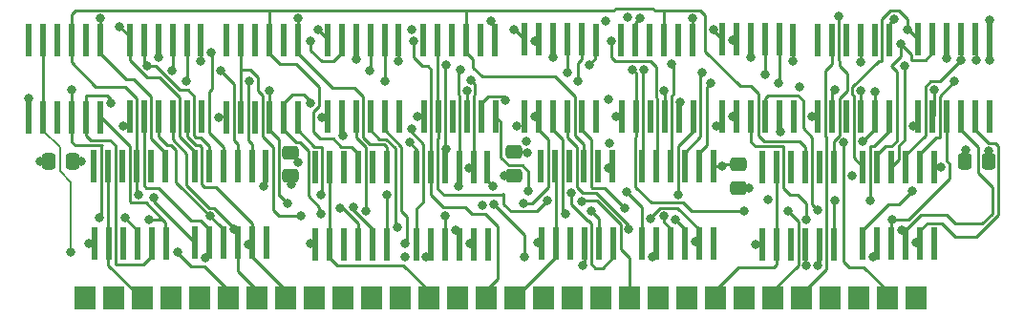
<source format=gbr>
%TF.GenerationSoftware,KiCad,Pcbnew,6.0.0+dfsg1-2*%
%TF.CreationDate,2022-02-11T22:49:31+03:00*%
%TF.ProjectId,simm3016,73696d6d-3330-4313-962e-6b696361645f,rev?*%
%TF.SameCoordinates,Original*%
%TF.FileFunction,Copper,L1,Top*%
%TF.FilePolarity,Positive*%
%FSLAX46Y46*%
G04 Gerber Fmt 4.6, Leading zero omitted, Abs format (unit mm)*
G04 Created by KiCad (PCBNEW 6.0.0+dfsg1-2) date 2022-02-11 22:49:31*
%MOMM*%
%LPD*%
G01*
G04 APERTURE LIST*
G04 Aperture macros list*
%AMRoundRect*
0 Rectangle with rounded corners*
0 $1 Rounding radius*
0 $2 $3 $4 $5 $6 $7 $8 $9 X,Y pos of 4 corners*
0 Add a 4 corners polygon primitive as box body*
4,1,4,$2,$3,$4,$5,$6,$7,$8,$9,$2,$3,0*
0 Add four circle primitives for the rounded corners*
1,1,$1+$1,$2,$3*
1,1,$1+$1,$4,$5*
1,1,$1+$1,$6,$7*
1,1,$1+$1,$8,$9*
0 Add four rect primitives between the rounded corners*
20,1,$1+$1,$2,$3,$4,$5,0*
20,1,$1+$1,$4,$5,$6,$7,0*
20,1,$1+$1,$6,$7,$8,$9,0*
20,1,$1+$1,$8,$9,$2,$3,0*%
G04 Aperture macros list end*
%TA.AperFunction,SMDPad,CuDef*%
%ADD10R,0.600000X3.000000*%
%TD*%
%TA.AperFunction,SMDPad,CuDef*%
%ADD11RoundRect,0.250000X0.475000X-0.337500X0.475000X0.337500X-0.475000X0.337500X-0.475000X-0.337500X0*%
%TD*%
%TA.AperFunction,SMDPad,CuDef*%
%ADD12RoundRect,0.250000X-0.337500X-0.475000X0.337500X-0.475000X0.337500X0.475000X-0.337500X0.475000X0*%
%TD*%
%TA.AperFunction,ComponentPad*%
%ADD13R,1.900000X2.000000*%
%TD*%
%TA.AperFunction,ViaPad*%
%ADD14C,0.800000*%
%TD*%
%TA.AperFunction,Conductor*%
%ADD15C,0.250000*%
%TD*%
%TA.AperFunction,Conductor*%
%ADD16C,0.200000*%
%TD*%
G04 APERTURE END LIST*
D10*
%TO.P,D8,1,+5V*%
%TO.N,+5V*%
X189920000Y-129230000D03*
%TO.P,D8,2,D*%
%TO.N,/DQ7*%
X191190000Y-129230000D03*
%TO.P,D8,3*%
%TO.N,N/C*%
X192460000Y-129230000D03*
%TO.P,D8,4,~{W}*%
%TO.N,/~{WE}*%
X193730000Y-129230000D03*
%TO.P,D8,5,~{RAS}*%
%TO.N,/~{RAS}*%
X195000000Y-129230000D03*
%TO.P,D8,6,A11*%
%TO.N,/A11*%
X196270000Y-129230000D03*
%TO.P,D8,7,A10*%
%TO.N,/A10*%
X198840000Y-129200000D03*
%TO.P,D8,8,A0*%
%TO.N,/A0*%
X200110000Y-129200000D03*
%TO.P,D8,9,A1*%
%TO.N,/A1*%
X201380000Y-129200000D03*
%TO.P,D8,10,A2*%
%TO.N,/A2*%
X202650000Y-129200000D03*
%TO.P,D8,11,A3*%
%TO.N,/A3*%
X203920000Y-129200000D03*
%TO.P,D8,12*%
%TO.N,N/C*%
X205190000Y-129200000D03*
%TO.P,D8,13,GND*%
%TO.N,GNDD*%
X205140000Y-122400000D03*
%TO.P,D8,14,A4*%
%TO.N,/A4*%
X203920000Y-122370000D03*
%TO.P,D8,15,A5*%
%TO.N,/A5*%
X202650000Y-122370000D03*
%TO.P,D8,16,A6*%
%TO.N,/A6*%
X201380000Y-122370000D03*
%TO.P,D8,17,A7*%
%TO.N,/A7*%
X200110000Y-122370000D03*
%TO.P,D8,18,A8*%
%TO.N,/A8*%
X198840000Y-122370000D03*
%TO.P,D8,19,A9*%
%TO.N,/A9*%
X196240000Y-122400000D03*
%TO.P,D8,20*%
%TO.N,N/C*%
X194970000Y-122400000D03*
%TO.P,D8,21,~{CAS}*%
%TO.N,/~{CAS}*%
X193700000Y-122400000D03*
%TO.P,D8,22*%
%TO.N,N/C*%
X192430000Y-122400000D03*
%TO.P,D8,23,Q*%
%TO.N,/DQ7*%
X191160000Y-122400000D03*
%TO.P,D8,24*%
%TO.N,N/C*%
X189890000Y-122400000D03*
%TD*%
D11*
%TO.P,C2,1*%
%TO.N,+5V*%
X200300000Y-135537500D03*
%TO.P,C2,2*%
%TO.N,GNDD*%
X200300000Y-133462500D03*
%TD*%
D10*
%TO.P,D4,1,+5V*%
%TO.N,+5V*%
X162810000Y-140540000D03*
%TO.P,D4,2,D*%
%TO.N,/DQ3*%
X164080000Y-140540000D03*
%TO.P,D4,3*%
%TO.N,N/C*%
X165350000Y-140540000D03*
%TO.P,D4,4,~{W}*%
%TO.N,/~{WE}*%
X166620000Y-140540000D03*
%TO.P,D4,5,~{RAS}*%
%TO.N,/~{RAS}*%
X167890000Y-140540000D03*
%TO.P,D4,6,A11*%
%TO.N,/A11*%
X169160000Y-140540000D03*
%TO.P,D4,7,A10*%
%TO.N,/A10*%
X171730000Y-140510000D03*
%TO.P,D4,8,A0*%
%TO.N,/A0*%
X173000000Y-140510000D03*
%TO.P,D4,9,A1*%
%TO.N,/A1*%
X174270000Y-140510000D03*
%TO.P,D4,10,A2*%
%TO.N,/A2*%
X175540000Y-140510000D03*
%TO.P,D4,11,A3*%
%TO.N,/A3*%
X176810000Y-140510000D03*
%TO.P,D4,12*%
%TO.N,N/C*%
X178080000Y-140510000D03*
%TO.P,D4,13,GND*%
%TO.N,GNDD*%
X178030000Y-133710000D03*
%TO.P,D4,14,A4*%
%TO.N,/A4*%
X176810000Y-133680000D03*
%TO.P,D4,15,A5*%
%TO.N,/A5*%
X175540000Y-133680000D03*
%TO.P,D4,16,A6*%
%TO.N,/A6*%
X174270000Y-133680000D03*
%TO.P,D4,17,A7*%
%TO.N,/A7*%
X173000000Y-133680000D03*
%TO.P,D4,18,A8*%
%TO.N,/A8*%
X171730000Y-133680000D03*
%TO.P,D4,19,A9*%
%TO.N,/A9*%
X169130000Y-133710000D03*
%TO.P,D4,20*%
%TO.N,N/C*%
X167860000Y-133710000D03*
%TO.P,D4,21,~{CAS}*%
%TO.N,/~{CAS}*%
X166590000Y-133710000D03*
%TO.P,D4,22*%
%TO.N,N/C*%
X165320000Y-133710000D03*
%TO.P,D4,23,Q*%
%TO.N,/DQ3*%
X164050000Y-133710000D03*
%TO.P,D4,24*%
%TO.N,N/C*%
X162780000Y-133710000D03*
%TD*%
D11*
%TO.P,C1,1*%
%TO.N,+5V*%
X180400000Y-134437500D03*
%TO.P,C1,2*%
%TO.N,GNDD*%
X180400000Y-132362500D03*
%TD*%
D10*
%TO.P,D5,1,+5V*%
%TO.N,+5V*%
X182830000Y-140450000D03*
%TO.P,D5,2,D*%
%TO.N,/DQ4*%
X184100000Y-140450000D03*
%TO.P,D5,3*%
%TO.N,N/C*%
X185370000Y-140450000D03*
%TO.P,D5,4,~{W}*%
%TO.N,/~{WE}*%
X186640000Y-140450000D03*
%TO.P,D5,5,~{RAS}*%
%TO.N,/~{RAS}*%
X187910000Y-140450000D03*
%TO.P,D5,6,A11*%
%TO.N,/A11*%
X189180000Y-140450000D03*
%TO.P,D5,7,A10*%
%TO.N,/A10*%
X191750000Y-140420000D03*
%TO.P,D5,8,A0*%
%TO.N,/A0*%
X193020000Y-140420000D03*
%TO.P,D5,9,A1*%
%TO.N,/A1*%
X194290000Y-140420000D03*
%TO.P,D5,10,A2*%
%TO.N,/A2*%
X195560000Y-140420000D03*
%TO.P,D5,11,A3*%
%TO.N,/A3*%
X196830000Y-140420000D03*
%TO.P,D5,12*%
%TO.N,N/C*%
X198100000Y-140420000D03*
%TO.P,D5,13,GND*%
%TO.N,GNDD*%
X198050000Y-133620000D03*
%TO.P,D5,14,A4*%
%TO.N,/A4*%
X196830000Y-133590000D03*
%TO.P,D5,15,A5*%
%TO.N,/A5*%
X195560000Y-133590000D03*
%TO.P,D5,16,A6*%
%TO.N,/A6*%
X194290000Y-133590000D03*
%TO.P,D5,17,A7*%
%TO.N,/A7*%
X193020000Y-133590000D03*
%TO.P,D5,18,A8*%
%TO.N,/A8*%
X191750000Y-133590000D03*
%TO.P,D5,19,A9*%
%TO.N,/A9*%
X189150000Y-133620000D03*
%TO.P,D5,20*%
%TO.N,N/C*%
X187880000Y-133620000D03*
%TO.P,D5,21,~{CAS}*%
%TO.N,/~{CAS}*%
X186610000Y-133620000D03*
%TO.P,D5,22*%
%TO.N,N/C*%
X185340000Y-133620000D03*
%TO.P,D5,23,Q*%
%TO.N,/DQ4*%
X184070000Y-133620000D03*
%TO.P,D5,24*%
%TO.N,N/C*%
X182800000Y-133620000D03*
%TD*%
D12*
%TO.P,C3,1*%
%TO.N,+5V*%
X139162500Y-133200000D03*
%TO.P,C3,2*%
%TO.N,GNDD*%
X141237500Y-133200000D03*
%TD*%
%TO.P,C5,1*%
%TO.N,+5V*%
X220362500Y-133200000D03*
%TO.P,C5,2*%
%TO.N,GNDD*%
X222437500Y-133200000D03*
%TD*%
D10*
%TO.P,D1,1,+5V*%
%TO.N,+5V*%
X143180000Y-140430000D03*
%TO.P,D1,2,D*%
%TO.N,/DQ0*%
X144450000Y-140430000D03*
%TO.P,D1,3*%
%TO.N,N/C*%
X145720000Y-140430000D03*
%TO.P,D1,4,~{W}*%
%TO.N,/~{WE}*%
X146990000Y-140430000D03*
%TO.P,D1,5,~{RAS}*%
%TO.N,/~{RAS}*%
X148260000Y-140430000D03*
%TO.P,D1,6,A11*%
%TO.N,/A11*%
X149530000Y-140430000D03*
%TO.P,D1,7,A10*%
%TO.N,/A10*%
X152100000Y-140400000D03*
%TO.P,D1,8,A0*%
%TO.N,/A0*%
X153370000Y-140400000D03*
%TO.P,D1,9,A1*%
%TO.N,/A1*%
X154640000Y-140400000D03*
%TO.P,D1,10,A2*%
%TO.N,/A2*%
X155910000Y-140400000D03*
%TO.P,D1,11,A3*%
%TO.N,/A3*%
X157180000Y-140400000D03*
%TO.P,D1,12*%
%TO.N,N/C*%
X158450000Y-140400000D03*
%TO.P,D1,13,GND*%
%TO.N,GNDD*%
X158400000Y-133600000D03*
%TO.P,D1,14,A4*%
%TO.N,/A4*%
X157180000Y-133570000D03*
%TO.P,D1,15,A5*%
%TO.N,/A5*%
X155910000Y-133570000D03*
%TO.P,D1,16,A6*%
%TO.N,/A6*%
X154640000Y-133570000D03*
%TO.P,D1,17,A7*%
%TO.N,/A7*%
X153370000Y-133570000D03*
%TO.P,D1,18,A8*%
%TO.N,/A8*%
X152100000Y-133570000D03*
%TO.P,D1,19,A9*%
%TO.N,/A9*%
X149500000Y-133600000D03*
%TO.P,D1,20*%
%TO.N,N/C*%
X148230000Y-133600000D03*
%TO.P,D1,21,~{CAS}*%
%TO.N,/~{CAS}*%
X146960000Y-133600000D03*
%TO.P,D1,22*%
%TO.N,N/C*%
X145690000Y-133600000D03*
%TO.P,D1,23,Q*%
%TO.N,/DQ0*%
X144420000Y-133600000D03*
%TO.P,D1,24*%
%TO.N,N/C*%
X143150000Y-133600000D03*
%TD*%
%TO.P,D9,1,+5V*%
%TO.N,+5V*%
X207320000Y-129230000D03*
%TO.P,D9,2,D*%
%TO.N,/DP*%
X208590000Y-129230000D03*
%TO.P,D9,3*%
%TO.N,N/C*%
X209860000Y-129230000D03*
%TO.P,D9,4,~{W}*%
%TO.N,/~{WE}*%
X211130000Y-129230000D03*
%TO.P,D9,5,~{RAS}*%
%TO.N,/~{RAS}*%
X212400000Y-129230000D03*
%TO.P,D9,6,A11*%
%TO.N,/A11*%
X213670000Y-129230000D03*
%TO.P,D9,7,A10*%
%TO.N,/A10*%
X216240000Y-129200000D03*
%TO.P,D9,8,A0*%
%TO.N,/A0*%
X217510000Y-129200000D03*
%TO.P,D9,9,A1*%
%TO.N,/A1*%
X218780000Y-129200000D03*
%TO.P,D9,10,A2*%
%TO.N,/A2*%
X220050000Y-129200000D03*
%TO.P,D9,11,A3*%
%TO.N,/A3*%
X221320000Y-129200000D03*
%TO.P,D9,12*%
%TO.N,N/C*%
X222590000Y-129200000D03*
%TO.P,D9,13,GND*%
%TO.N,GNDD*%
X222540000Y-122400000D03*
%TO.P,D9,14,A4*%
%TO.N,/A4*%
X221320000Y-122370000D03*
%TO.P,D9,15,A5*%
%TO.N,/A5*%
X220050000Y-122370000D03*
%TO.P,D9,16,A6*%
%TO.N,/A6*%
X218780000Y-122370000D03*
%TO.P,D9,17,A7*%
%TO.N,/A7*%
X217510000Y-122370000D03*
%TO.P,D9,18,A8*%
%TO.N,/A8*%
X216240000Y-122370000D03*
%TO.P,D9,19,A9*%
%TO.N,/A9*%
X213640000Y-122400000D03*
%TO.P,D9,20*%
%TO.N,N/C*%
X212370000Y-122400000D03*
%TO.P,D9,21,~{CAS}*%
%TO.N,/~{CASP}*%
X211100000Y-122400000D03*
%TO.P,D9,22*%
%TO.N,N/C*%
X209830000Y-122400000D03*
%TO.P,D9,23,Q*%
%TO.N,/QP*%
X208560000Y-122400000D03*
%TO.P,D9,24*%
%TO.N,N/C*%
X207290000Y-122400000D03*
%TD*%
D11*
%TO.P,C4,1*%
%TO.N,+5V*%
X160600000Y-134475000D03*
%TO.P,C4,2*%
%TO.N,GNDD*%
X160600000Y-132400000D03*
%TD*%
D13*
%TO.P,J1,30,Pin_30*%
%TO.N,+5V*%
X216010000Y-145300000D03*
%TO.P,J1,29,Pin_29*%
%TO.N,/DP*%
X213470000Y-145300000D03*
%TO.P,J1,28,Pin_28*%
%TO.N,/~{CASP}*%
X210930000Y-145300000D03*
%TO.P,J1,27,Pin_27*%
%TO.N,/~{RAS}*%
X208390000Y-145300000D03*
%TO.P,J1,26,Pin_26*%
%TO.N,/QP*%
X205850000Y-145300000D03*
%TO.P,J1,25,Pin_25*%
%TO.N,/DQ7*%
X203310000Y-145300000D03*
%TO.P,J1,24,Pin_24*%
%TO.N,/A11*%
X200770000Y-145300000D03*
%TO.P,J1,23,Pin_23*%
%TO.N,/DQ6*%
X198230000Y-145300000D03*
%TO.P,J1,22,Pin_22*%
%TO.N,GNDD*%
X195690000Y-145300000D03*
%TO.P,J1,21,Pin_21*%
%TO.N,/~{WE}*%
X193150000Y-145300000D03*
%TO.P,J1,20,Pin_20*%
%TO.N,/DQ5*%
X190610000Y-145300000D03*
%TO.P,J1,19,Pin_19*%
%TO.N,/A10*%
X188070000Y-145300000D03*
%TO.P,J1,18,Pin_18*%
%TO.N,/A9*%
X185530000Y-145300000D03*
%TO.P,J1,17,Pin_17*%
%TO.N,/A8*%
X182990000Y-145300000D03*
%TO.P,J1,16,Pin_16*%
%TO.N,/DQ4*%
X180450000Y-145300000D03*
%TO.P,J1,15,Pin_15*%
%TO.N,/A7*%
X177910000Y-145300000D03*
%TO.P,J1,14,Pin_14*%
%TO.N,/A6*%
X175370000Y-145300000D03*
%TO.P,J1,13,Pin_13*%
%TO.N,/DQ3*%
X172830000Y-145300000D03*
%TO.P,J1,12,Pin_12*%
%TO.N,/A5*%
X170290000Y-145300000D03*
%TO.P,J1,11,Pin_11*%
%TO.N,/A4*%
X167750000Y-145300000D03*
%TO.P,J1,10,Pin_10*%
%TO.N,/DQ2*%
X165210000Y-145300000D03*
%TO.P,J1,9,Pin_9*%
%TO.N,GNDD*%
X162670000Y-145300000D03*
%TO.P,J1,8,Pin_8*%
%TO.N,/A3*%
X160130000Y-145300000D03*
%TO.P,J1,7,Pin_7*%
%TO.N,/A2*%
X157590000Y-145300000D03*
%TO.P,J1,6,Pin_6*%
%TO.N,/DQ1*%
X155050000Y-145300000D03*
%TO.P,J1,5,Pin_5*%
%TO.N,/A1*%
X152510000Y-145300000D03*
%TO.P,J1,4,Pin_4*%
%TO.N,/A0*%
X149970000Y-145300000D03*
%TO.P,J1,3,Pin_3*%
%TO.N,/DQ0*%
X147430000Y-145300000D03*
%TO.P,J1,2,Pin_2*%
%TO.N,/~{CAS}*%
X144890000Y-145300000D03*
%TO.P,J1,1,Pin_1*%
%TO.N,+5V*%
X142350000Y-145300000D03*
%TD*%
D10*
%TO.P,D6,1,+5V*%
%TO.N,+5V*%
X172410000Y-129220000D03*
%TO.P,D6,2,D*%
%TO.N,/DQ5*%
X173680000Y-129220000D03*
%TO.P,D6,3*%
%TO.N,N/C*%
X174950000Y-129220000D03*
%TO.P,D6,4,~{W}*%
%TO.N,/~{WE}*%
X176220000Y-129220000D03*
%TO.P,D6,5,~{RAS}*%
%TO.N,/~{RAS}*%
X177490000Y-129220000D03*
%TO.P,D6,6,A11*%
%TO.N,/A11*%
X178760000Y-129220000D03*
%TO.P,D6,7,A10*%
%TO.N,/A10*%
X181330000Y-129190000D03*
%TO.P,D6,8,A0*%
%TO.N,/A0*%
X182600000Y-129190000D03*
%TO.P,D6,9,A1*%
%TO.N,/A1*%
X183870000Y-129190000D03*
%TO.P,D6,10,A2*%
%TO.N,/A2*%
X185140000Y-129190000D03*
%TO.P,D6,11,A3*%
%TO.N,/A3*%
X186410000Y-129190000D03*
%TO.P,D6,12*%
%TO.N,N/C*%
X187680000Y-129190000D03*
%TO.P,D6,13,GND*%
%TO.N,GNDD*%
X187630000Y-122390000D03*
%TO.P,D6,14,A4*%
%TO.N,/A4*%
X186410000Y-122360000D03*
%TO.P,D6,15,A5*%
%TO.N,/A5*%
X185140000Y-122360000D03*
%TO.P,D6,16,A6*%
%TO.N,/A6*%
X183870000Y-122360000D03*
%TO.P,D6,17,A7*%
%TO.N,/A7*%
X182600000Y-122360000D03*
%TO.P,D6,18,A8*%
%TO.N,/A8*%
X181330000Y-122360000D03*
%TO.P,D6,19,A9*%
%TO.N,/A9*%
X178730000Y-122390000D03*
%TO.P,D6,20*%
%TO.N,N/C*%
X177460000Y-122390000D03*
%TO.P,D6,21,~{CAS}*%
%TO.N,/~{CAS}*%
X176190000Y-122390000D03*
%TO.P,D6,22*%
%TO.N,N/C*%
X174920000Y-122390000D03*
%TO.P,D6,23,Q*%
%TO.N,/DQ5*%
X173650000Y-122390000D03*
%TO.P,D6,24*%
%TO.N,N/C*%
X172380000Y-122390000D03*
%TD*%
%TO.P,D2,1,+5V*%
%TO.N,+5V*%
X137410000Y-129240000D03*
%TO.P,D2,2,D*%
%TO.N,/DQ1*%
X138680000Y-129240000D03*
%TO.P,D2,3*%
%TO.N,N/C*%
X139950000Y-129240000D03*
%TO.P,D2,4,~{W}*%
%TO.N,/~{WE}*%
X141220000Y-129240000D03*
%TO.P,D2,5,~{RAS}*%
%TO.N,/~{RAS}*%
X142490000Y-129240000D03*
%TO.P,D2,6,A11*%
%TO.N,/A11*%
X143760000Y-129240000D03*
%TO.P,D2,7,A10*%
%TO.N,/A10*%
X146330000Y-129210000D03*
%TO.P,D2,8,A0*%
%TO.N,/A0*%
X147600000Y-129210000D03*
%TO.P,D2,9,A1*%
%TO.N,/A1*%
X148870000Y-129210000D03*
%TO.P,D2,10,A2*%
%TO.N,/A2*%
X150140000Y-129210000D03*
%TO.P,D2,11,A3*%
%TO.N,/A3*%
X151410000Y-129210000D03*
%TO.P,D2,12*%
%TO.N,N/C*%
X152680000Y-129210000D03*
%TO.P,D2,13,GND*%
%TO.N,GNDD*%
X152630000Y-122410000D03*
%TO.P,D2,14,A4*%
%TO.N,/A4*%
X151410000Y-122380000D03*
%TO.P,D2,15,A5*%
%TO.N,/A5*%
X150140000Y-122380000D03*
%TO.P,D2,16,A6*%
%TO.N,/A6*%
X148870000Y-122380000D03*
%TO.P,D2,17,A7*%
%TO.N,/A7*%
X147600000Y-122380000D03*
%TO.P,D2,18,A8*%
%TO.N,/A8*%
X146330000Y-122380000D03*
%TO.P,D2,19,A9*%
%TO.N,/A9*%
X143730000Y-122410000D03*
%TO.P,D2,20*%
%TO.N,N/C*%
X142460000Y-122410000D03*
%TO.P,D2,21,~{CAS}*%
%TO.N,/~{CAS}*%
X141190000Y-122410000D03*
%TO.P,D2,22*%
%TO.N,N/C*%
X139920000Y-122410000D03*
%TO.P,D2,23,Q*%
%TO.N,/DQ1*%
X138650000Y-122410000D03*
%TO.P,D2,24*%
%TO.N,N/C*%
X137380000Y-122410000D03*
%TD*%
%TO.P,D3,1,+5V*%
%TO.N,+5V*%
X154930000Y-129240000D03*
%TO.P,D3,2,D*%
%TO.N,/DQ2*%
X156200000Y-129240000D03*
%TO.P,D3,3*%
%TO.N,N/C*%
X157470000Y-129240000D03*
%TO.P,D3,4,~{W}*%
%TO.N,/~{WE}*%
X158740000Y-129240000D03*
%TO.P,D3,5,~{RAS}*%
%TO.N,/~{RAS}*%
X160010000Y-129240000D03*
%TO.P,D3,6,A11*%
%TO.N,/A11*%
X161280000Y-129240000D03*
%TO.P,D3,7,A10*%
%TO.N,/A10*%
X163850000Y-129210000D03*
%TO.P,D3,8,A0*%
%TO.N,/A0*%
X165120000Y-129210000D03*
%TO.P,D3,9,A1*%
%TO.N,/A1*%
X166390000Y-129210000D03*
%TO.P,D3,10,A2*%
%TO.N,/A2*%
X167660000Y-129210000D03*
%TO.P,D3,11,A3*%
%TO.N,/A3*%
X168930000Y-129210000D03*
%TO.P,D3,12*%
%TO.N,N/C*%
X170200000Y-129210000D03*
%TO.P,D3,13,GND*%
%TO.N,GNDD*%
X170150000Y-122410000D03*
%TO.P,D3,14,A4*%
%TO.N,/A4*%
X168930000Y-122380000D03*
%TO.P,D3,15,A5*%
%TO.N,/A5*%
X167660000Y-122380000D03*
%TO.P,D3,16,A6*%
%TO.N,/A6*%
X166390000Y-122380000D03*
%TO.P,D3,17,A7*%
%TO.N,/A7*%
X165120000Y-122380000D03*
%TO.P,D3,18,A8*%
%TO.N,/A8*%
X163850000Y-122380000D03*
%TO.P,D3,19,A9*%
%TO.N,/A9*%
X161250000Y-122410000D03*
%TO.P,D3,20*%
%TO.N,N/C*%
X159980000Y-122410000D03*
%TO.P,D3,21,~{CAS}*%
%TO.N,/~{CAS}*%
X158710000Y-122410000D03*
%TO.P,D3,22*%
%TO.N,N/C*%
X157440000Y-122410000D03*
%TO.P,D3,23,Q*%
%TO.N,/DQ2*%
X156170000Y-122410000D03*
%TO.P,D3,24*%
%TO.N,N/C*%
X154900000Y-122410000D03*
%TD*%
%TO.P,D7,1,+5V*%
%TO.N,+5V*%
X202400000Y-140510000D03*
%TO.P,D7,2,D*%
%TO.N,/DQ6*%
X203670000Y-140510000D03*
%TO.P,D7,3*%
%TO.N,N/C*%
X204940000Y-140510000D03*
%TO.P,D7,4,~{W}*%
%TO.N,/~{WE}*%
X206210000Y-140510000D03*
%TO.P,D7,5,~{RAS}*%
%TO.N,/~{RAS}*%
X207480000Y-140510000D03*
%TO.P,D7,6,A11*%
%TO.N,/A11*%
X208750000Y-140510000D03*
%TO.P,D7,7,A10*%
%TO.N,/A10*%
X211320000Y-140480000D03*
%TO.P,D7,8,A0*%
%TO.N,/A0*%
X212590000Y-140480000D03*
%TO.P,D7,9,A1*%
%TO.N,/A1*%
X213860000Y-140480000D03*
%TO.P,D7,10,A2*%
%TO.N,/A2*%
X215130000Y-140480000D03*
%TO.P,D7,11,A3*%
%TO.N,/A3*%
X216400000Y-140480000D03*
%TO.P,D7,12*%
%TO.N,N/C*%
X217670000Y-140480000D03*
%TO.P,D7,13,GND*%
%TO.N,GNDD*%
X217620000Y-133680000D03*
%TO.P,D7,14,A4*%
%TO.N,/A4*%
X216400000Y-133650000D03*
%TO.P,D7,15,A5*%
%TO.N,/A5*%
X215130000Y-133650000D03*
%TO.P,D7,16,A6*%
%TO.N,/A6*%
X213860000Y-133650000D03*
%TO.P,D7,17,A7*%
%TO.N,/A7*%
X212590000Y-133650000D03*
%TO.P,D7,18,A8*%
%TO.N,/A8*%
X211320000Y-133650000D03*
%TO.P,D7,19,A9*%
%TO.N,/A9*%
X208720000Y-133680000D03*
%TO.P,D7,20*%
%TO.N,N/C*%
X207450000Y-133680000D03*
%TO.P,D7,21,~{CAS}*%
%TO.N,/~{CAS}*%
X206180000Y-133680000D03*
%TO.P,D7,22*%
%TO.N,N/C*%
X204910000Y-133680000D03*
%TO.P,D7,23,Q*%
%TO.N,/DQ6*%
X203640000Y-133680000D03*
%TO.P,D7,24*%
%TO.N,N/C*%
X202370000Y-133680000D03*
%TD*%
D14*
%TO.N,+5V*%
X142705000Y-140425000D03*
X189435000Y-129205000D03*
X220470000Y-132170000D03*
X179575000Y-134405000D03*
X182525000Y-140395000D03*
X154215000Y-129235000D03*
X138405000Y-133165000D03*
X201805000Y-140505000D03*
X171845000Y-129195000D03*
X160625000Y-135235000D03*
X137400000Y-127600000D03*
X201195000Y-135545000D03*
X162345000Y-140445000D03*
X206765000Y-129185000D03*
%TO.N,GNDD*%
X178525000Y-135405000D03*
X218275000Y-133665000D03*
X158235000Y-135385000D03*
X161295000Y-133225000D03*
X198825000Y-133625000D03*
X142015000Y-133155000D03*
X222545000Y-120645000D03*
X222535000Y-124195000D03*
X205125000Y-124239500D03*
X152625000Y-124239500D03*
X170135000Y-124239500D03*
X187070500Y-124591039D03*
X181545000Y-132405000D03*
X222450000Y-132250000D03*
%TO.N,/~{WE}*%
X186470000Y-142440000D03*
X145905000Y-138155000D03*
X176210500Y-126919500D03*
X164985489Y-137285489D03*
X158709500Y-126919500D03*
X206320497Y-142399500D03*
X211105000Y-126919500D03*
X193719500Y-126919500D03*
X141225000Y-126805000D03*
X160335000Y-136875000D03*
X205690000Y-126600000D03*
X143665000Y-138155000D03*
%TO.N,/~{RAS}*%
X187250000Y-137570000D03*
X162335000Y-128035000D03*
X195079011Y-127880000D03*
X188860000Y-131520498D03*
X166185000Y-137205000D03*
X179659502Y-127720000D03*
X207320000Y-142399500D03*
X188740000Y-127644000D03*
X163255000Y-137825000D03*
X210350000Y-134430000D03*
X144695000Y-128035000D03*
X211280000Y-131390000D03*
X212365000Y-127025000D03*
%TO.N,/A11*%
X148055000Y-138305498D03*
X211970000Y-136620000D03*
X169159511Y-136129511D03*
X181690000Y-135800000D03*
X194910000Y-136105500D03*
X202910500Y-136565000D03*
X163320500Y-136105000D03*
X208839500Y-136620000D03*
X185439989Y-135930489D03*
%TO.N,/A10*%
X215775000Y-130065000D03*
X148485000Y-136415000D03*
X190340000Y-135840500D03*
X163385000Y-129275000D03*
X198335000Y-130065000D03*
X180670500Y-130025902D03*
X145745000Y-130065000D03*
X215677299Y-135802701D03*
X171335000Y-130255000D03*
%TO.N,/A0*%
X182229502Y-129220000D03*
X165255000Y-130915000D03*
X170739500Y-141637701D03*
X172635000Y-141675000D03*
X181295000Y-141675000D03*
X199739502Y-129200000D03*
X178630000Y-136970000D03*
X192670000Y-141675000D03*
X217620000Y-126800000D03*
X153020000Y-141680000D03*
X212245000Y-141675000D03*
X181270000Y-136870000D03*
%TO.N,/A1*%
X174255000Y-138015000D03*
X193665000Y-138015000D03*
X167245000Y-137540500D03*
X213919500Y-138355000D03*
X153445000Y-138015000D03*
X206315000Y-138355000D03*
X184990000Y-137840000D03*
%TO.N,/A2*%
X207305000Y-137465000D03*
X170060000Y-139050000D03*
X194690500Y-138304855D03*
X214770000Y-139280000D03*
X190559500Y-139220969D03*
X155570000Y-139220000D03*
X175200000Y-139260000D03*
%TO.N,/A3*%
X156840000Y-140530000D03*
X196490000Y-140320000D03*
X192474500Y-138210000D03*
X190220000Y-137290000D03*
X216040000Y-140380000D03*
X176470000Y-140455000D03*
X170705000Y-140485000D03*
X203970000Y-130510000D03*
%TO.N,/A4*%
X221345000Y-124185000D03*
X168949511Y-126019511D03*
X203825000Y-126195000D03*
X176439502Y-133740000D03*
X156950489Y-126019511D03*
X151385000Y-126095000D03*
X176571880Y-125987615D03*
X197855000Y-126195000D03*
X219454501Y-126075499D03*
X186075000Y-126085000D03*
%TO.N,/A5*%
X202685000Y-125425000D03*
X175510000Y-135340000D03*
X197075000Y-125325000D03*
X150095000Y-125125000D03*
X175660000Y-125000000D03*
X167635000Y-125125000D03*
X185105000Y-125295000D03*
X154405000Y-125125000D03*
X220035000Y-124185000D03*
%TO.N,/A6*%
X194400000Y-124570000D03*
X153540000Y-123515000D03*
X215050489Y-124700500D03*
X174369989Y-132074511D03*
X218765000Y-124045000D03*
X166385000Y-124085000D03*
X148865000Y-123955000D03*
X174410000Y-124630000D03*
X183835000Y-123935000D03*
X201355000Y-123975000D03*
X177634602Y-137060491D03*
%TO.N,/A7*%
X214665000Y-122715000D03*
X199739502Y-122440000D03*
X147879500Y-124715000D03*
X182229502Y-122465000D03*
X188990498Y-122465000D03*
X171480498Y-122465000D03*
X162365000Y-122465000D03*
%TO.N,/A8*%
X180361951Y-121468049D03*
X171358049Y-121468049D03*
X181453831Y-131403224D03*
X215268049Y-121468049D03*
X191910000Y-125010000D03*
X190475533Y-120372863D03*
X198051951Y-121468049D03*
X145435000Y-121214000D03*
X171125000Y-131515000D03*
X163011951Y-121468049D03*
%TO.N,/A9*%
X188512068Y-120743538D03*
X178359502Y-120743549D03*
X188779502Y-133720000D03*
X161269500Y-120489500D03*
X143715000Y-120489500D03*
X214050000Y-120550000D03*
X209210000Y-120280000D03*
X196230500Y-120489500D03*
%TO.N,/~{CAS}*%
X147155000Y-136105500D03*
%TO.N,/DQ1*%
X141109051Y-141205000D03*
X150565000Y-141205000D03*
%TO.N,/DQ2*%
X161480000Y-137970000D03*
%TO.N,/DQ5*%
X183370500Y-136655000D03*
X186390000Y-136750000D03*
%TO.N,/DQ7*%
X204650000Y-137540000D03*
X191593634Y-120466366D03*
X200770000Y-137570000D03*
X190910558Y-125020980D03*
%TO.N,/DP*%
X209630000Y-131500000D03*
X208870000Y-126800000D03*
%TO.N,/~{CASP}*%
X211125000Y-124405000D03*
%TD*%
D15*
%TO.N,+5V*%
X207315000Y-129205000D02*
X206785000Y-129205000D01*
X201162500Y-135512500D02*
X201195000Y-135545000D01*
X137410000Y-129240000D02*
X137410000Y-127610000D01*
X137410000Y-127610000D02*
X137400000Y-127600000D01*
X182555000Y-140425000D02*
X182525000Y-140395000D01*
X200295000Y-135512500D02*
X201162500Y-135512500D01*
X162415000Y-140515000D02*
X162345000Y-140445000D01*
X138415000Y-133175000D02*
X138405000Y-133165000D01*
X154235000Y-129215000D02*
X154215000Y-129235000D01*
X182825000Y-140425000D02*
X182555000Y-140425000D01*
X189915000Y-129205000D02*
X189435000Y-129205000D01*
X179582500Y-134412500D02*
X179575000Y-134405000D01*
X139157500Y-133175000D02*
X138415000Y-133175000D01*
X142725000Y-140405000D02*
X142705000Y-140425000D01*
X160595000Y-135205000D02*
X160625000Y-135235000D01*
X202395000Y-140485000D02*
X201825000Y-140485000D01*
X162805000Y-140515000D02*
X162415000Y-140515000D01*
X172405000Y-129195000D02*
X171845000Y-129195000D01*
X201825000Y-140485000D02*
X201805000Y-140505000D01*
X143175000Y-140405000D02*
X142725000Y-140405000D01*
X154925000Y-129215000D02*
X154235000Y-129215000D01*
X206785000Y-129205000D02*
X206765000Y-129185000D01*
X160595000Y-134450000D02*
X160595000Y-135205000D01*
X180395000Y-134412500D02*
X179582500Y-134412500D01*
%TO.N,GNDD*%
X205135000Y-124229500D02*
X205125000Y-124239500D01*
X205135000Y-122375000D02*
X205135000Y-124229500D01*
X152625000Y-122385000D02*
X152625000Y-124239500D01*
X141232500Y-133175000D02*
X141995000Y-133175000D01*
X199012500Y-133437500D02*
X198825000Y-133625000D01*
X178025000Y-134905000D02*
X178525000Y-135405000D01*
X170145000Y-122385000D02*
X170145000Y-124229500D01*
X180395000Y-132337500D02*
X181477500Y-132337500D01*
X217615000Y-133655000D02*
X218265000Y-133655000D01*
X181477500Y-132337500D02*
X181545000Y-132405000D01*
X200295000Y-133437500D02*
X199012500Y-133437500D01*
X198795000Y-133595000D02*
X198825000Y-133625000D01*
X158395000Y-135225000D02*
X158235000Y-135385000D01*
X187625000Y-124036539D02*
X187070500Y-124591039D01*
X160595000Y-132525000D02*
X161295000Y-133225000D01*
X187625000Y-122365000D02*
X187625000Y-124036539D01*
X158395000Y-133575000D02*
X158395000Y-135225000D01*
X222535000Y-122375000D02*
X222535000Y-120655000D01*
X170145000Y-124229500D02*
X170135000Y-124239500D01*
X222535000Y-122375000D02*
X222535000Y-124195000D01*
X222535000Y-120655000D02*
X222545000Y-120645000D01*
X141995000Y-133175000D02*
X142015000Y-133155000D01*
X218265000Y-133655000D02*
X218275000Y-133665000D01*
X222450000Y-132250000D02*
X222450000Y-133187500D01*
X198045000Y-133595000D02*
X198795000Y-133595000D01*
%TO.N,/DQ0*%
X144445000Y-142365000D02*
X144445000Y-140405000D01*
X144445000Y-142365000D02*
X146680000Y-144600000D01*
X144415000Y-133575000D02*
X144415000Y-140375000D01*
%TO.N,/~{WE}*%
X143885000Y-131735000D02*
X141515000Y-131735000D01*
X166615000Y-140515000D02*
X166615000Y-138695000D01*
X186470000Y-142440000D02*
X186640000Y-142270000D01*
X158735000Y-129215000D02*
X158735000Y-126945000D01*
X176215000Y-126924000D02*
X176210500Y-126919500D01*
X160335000Y-136875000D02*
X159685000Y-136225000D01*
X176215000Y-129195000D02*
X176215000Y-126924000D01*
X193725000Y-129205000D02*
X193725000Y-126925000D01*
X186640000Y-142270000D02*
X186640000Y-140450000D01*
X141515000Y-131735000D02*
X141215000Y-131435000D01*
X143885000Y-131735000D02*
X143790489Y-131829511D01*
X146985000Y-139235000D02*
X145905000Y-138155000D01*
X158735000Y-126945000D02*
X158709500Y-126919500D01*
X211125000Y-126939500D02*
X211105000Y-126919500D01*
X211125000Y-129205000D02*
X211125000Y-126939500D01*
X143790489Y-131829511D02*
X143790489Y-138029511D01*
X159685000Y-136225000D02*
X159545000Y-136225000D01*
X143790489Y-138029511D02*
X143665000Y-138155000D01*
X159545000Y-131225000D02*
X159545000Y-136225000D01*
X206210000Y-140510000D02*
X206210000Y-142289003D01*
X206210000Y-142289003D02*
X206320497Y-142399500D01*
X158735000Y-130415000D02*
X159545000Y-131225000D01*
X141215000Y-131435000D02*
X141215000Y-129215000D01*
X165205489Y-137285489D02*
X164985489Y-137285489D01*
X193725000Y-126925000D02*
X193719500Y-126919500D01*
X166615000Y-138695000D02*
X165205489Y-137285489D01*
X141225000Y-126805000D02*
X141225000Y-129205000D01*
%TO.N,/~{RAS}*%
X147534520Y-142325480D02*
X148255000Y-141605000D01*
X212395000Y-129205000D02*
X212395000Y-127055000D01*
X162150489Y-136230489D02*
X163125000Y-137205000D01*
X142490000Y-129240000D02*
X142490000Y-130920000D01*
X207480000Y-140510000D02*
X207480000Y-142239500D01*
X163125000Y-137695000D02*
X163255000Y-137825000D01*
X142490000Y-130920000D02*
X142855480Y-131285480D01*
X187910000Y-138230000D02*
X187250000Y-137570000D01*
X144695000Y-127705978D02*
X144695000Y-128035000D01*
X178114511Y-127395489D02*
X177490000Y-128020000D01*
X207480000Y-142239500D02*
X207320000Y-142399500D01*
X142485000Y-129215000D02*
X142485000Y-127315000D01*
X161052980Y-131462980D02*
X161382980Y-131462980D01*
X160005000Y-128015000D02*
X160765000Y-127255000D01*
X145075480Y-142325480D02*
X147534520Y-142325480D01*
X211280000Y-131410000D02*
X211280000Y-131390000D01*
X145074511Y-138575489D02*
X145074511Y-142324511D01*
X145044511Y-138545489D02*
X145074511Y-138575489D01*
X179659502Y-127670480D02*
X179384511Y-127395489D01*
X212400000Y-130300000D02*
X211285000Y-131415000D01*
X142855480Y-131285480D02*
X144569991Y-131285480D01*
X161764022Y-127255000D02*
X162335000Y-127825978D01*
X211285000Y-131415000D02*
X211280000Y-131410000D01*
X162335000Y-127825978D02*
X162335000Y-128035000D01*
X162150489Y-132230489D02*
X162150489Y-136230489D01*
X179384511Y-127395489D02*
X178114511Y-127395489D01*
X187910000Y-140450000D02*
X187910000Y-138230000D01*
X160765000Y-127255000D02*
X161764022Y-127255000D01*
X145044511Y-131760000D02*
X145044511Y-138545489D01*
X166185000Y-137505114D02*
X167885000Y-139205114D01*
X160005000Y-130415000D02*
X161052980Y-131462980D01*
X142485000Y-127315000D02*
X144304022Y-127315000D01*
X163125000Y-137205000D02*
X163125000Y-137695000D01*
X179659502Y-127650480D02*
X179659502Y-127720000D01*
X144569991Y-131285480D02*
X145044511Y-131760000D01*
X161382980Y-131462980D02*
X162150489Y-132230489D01*
X212395000Y-127055000D02*
X212365000Y-127025000D01*
X144304022Y-127315000D02*
X144695000Y-127705978D01*
X166185000Y-137205000D02*
X166185000Y-137505114D01*
X145074511Y-142324511D02*
X145075480Y-142325480D01*
X179519511Y-127510489D02*
X179695000Y-127685978D01*
%TO.N,/A11*%
X147750000Y-136830000D02*
X149170000Y-138250000D01*
X194914511Y-136005489D02*
X194914511Y-136100989D01*
X178760000Y-129220000D02*
X179224520Y-129684520D01*
X186950000Y-138400000D02*
X186890000Y-138400000D01*
X169155000Y-136134022D02*
X169159511Y-136129511D01*
X149114502Y-138305498D02*
X149170000Y-138250000D01*
X161275000Y-130415000D02*
X162720489Y-131860489D01*
X146330489Y-131790489D02*
X146330489Y-136750489D01*
X162720489Y-131860489D02*
X163399511Y-131860489D01*
X208750000Y-140510000D02*
X208750000Y-136709500D01*
X163399511Y-131860489D02*
X163405000Y-131865978D01*
X194914511Y-136100989D02*
X194910000Y-136105500D01*
X181690000Y-134102507D02*
X181690000Y-135800000D01*
X148055000Y-138305498D02*
X149114502Y-138305498D01*
X169155000Y-140515000D02*
X169155000Y-136134022D01*
X185439989Y-136949989D02*
X185439989Y-135930489D01*
X186890000Y-138400000D02*
X185439989Y-136949989D01*
X211965489Y-131825489D02*
X211965489Y-136615489D01*
X149525000Y-138605000D02*
X149170000Y-138250000D01*
X187264511Y-142253533D02*
X187264511Y-138714511D01*
X163405000Y-136105000D02*
X163320500Y-136105000D01*
X163405000Y-131865978D02*
X163405000Y-136105000D01*
X179224520Y-132824520D02*
X179925480Y-133525480D01*
X187264511Y-138714511D02*
X186950000Y-138400000D01*
X179925480Y-133525480D02*
X181112973Y-133525480D01*
X189180000Y-141650000D02*
X188220000Y-142610000D01*
X194914511Y-131785489D02*
X194914511Y-136005489D01*
X211965489Y-136615489D02*
X211970000Y-136620000D01*
X146330489Y-136750489D02*
X146410000Y-136830000D01*
X187620978Y-142610000D02*
X187264511Y-142253533D01*
X149525000Y-140405000D02*
X149525000Y-138605000D01*
X213670000Y-130430000D02*
X212274511Y-131825489D01*
X212274511Y-131825489D02*
X211965489Y-131825489D01*
X146410000Y-136830000D02*
X147750000Y-136830000D01*
X181112973Y-133525480D02*
X181690000Y-134102507D01*
X143755000Y-129215000D02*
X146330489Y-131790489D01*
X188220000Y-142610000D02*
X187620978Y-142610000D01*
X179224520Y-129684520D02*
X179224520Y-132824520D01*
X208750000Y-136709500D02*
X208839500Y-136620000D01*
X196270000Y-130430000D02*
X194914511Y-131785489D01*
%TO.N,/A10*%
X171730000Y-137410000D02*
X171730000Y-140510000D01*
X213580000Y-137020000D02*
X214490000Y-137020000D01*
X163845000Y-129185000D02*
X163475000Y-129185000D01*
X215677299Y-135832701D02*
X215677299Y-135802701D01*
X171335000Y-130255000D02*
X171335000Y-130574022D01*
X211320000Y-139280000D02*
X213580000Y-137020000D01*
X163475000Y-129185000D02*
X163385000Y-129275000D01*
X191750000Y-140420000D02*
X191750000Y-137250500D01*
X171335000Y-130574022D02*
X172375489Y-131614511D01*
X191750000Y-137250500D02*
X190340000Y-135840500D01*
X148485000Y-136765000D02*
X148485000Y-136415000D01*
X172375489Y-131614511D02*
X172375489Y-136764511D01*
X214490000Y-137020000D02*
X215677299Y-135832701D01*
X172375489Y-136764511D02*
X171730000Y-137410000D01*
X152095000Y-140375000D02*
X148485000Y-136765000D01*
%TO.N,/A0*%
X165115000Y-130775000D02*
X165255000Y-130915000D01*
X181310000Y-141660000D02*
X181295000Y-141675000D01*
X182600000Y-130390000D02*
X183424511Y-131214511D01*
X178630000Y-136970000D02*
X181310000Y-139650000D01*
X147595000Y-135305000D02*
X147595000Y-129185000D01*
X147825000Y-135535000D02*
X147595000Y-135305000D01*
X153365000Y-139175000D02*
X152605000Y-138415000D01*
X152605000Y-138415000D02*
X151775000Y-138415000D01*
X181999022Y-136870000D02*
X183424511Y-135444511D01*
X148895000Y-135535000D02*
X147825000Y-135535000D01*
X151775000Y-138415000D02*
X148895000Y-135535000D01*
X182259502Y-129190000D02*
X182229502Y-129220000D01*
X182600000Y-129190000D02*
X182259502Y-129190000D01*
X181310000Y-139650000D02*
X181310000Y-141660000D01*
X183424511Y-131214511D02*
X183424511Y-135444511D01*
X165115000Y-129185000D02*
X165115000Y-130775000D01*
X181999022Y-136870000D02*
X181270000Y-136870000D01*
X217620000Y-126800000D02*
X217620000Y-129090000D01*
%TO.N,/A1*%
X204285489Y-131855489D02*
X201775489Y-131855489D01*
X150455000Y-132175000D02*
X150455000Y-134995000D01*
X201775489Y-131855489D02*
X201380000Y-131460000D01*
X206315000Y-138355000D02*
X206315000Y-136869282D01*
X184715489Y-137565489D02*
X184990000Y-137840000D01*
X218999511Y-134719511D02*
X215364022Y-138355000D01*
X183870000Y-130390000D02*
X184715489Y-131235489D01*
X204285489Y-131855489D02*
X204285489Y-135504511D01*
X201380000Y-131460000D02*
X201380000Y-129200000D01*
X204885749Y-136104771D02*
X205550489Y-136104771D01*
X150030489Y-131750489D02*
X150455000Y-132175000D01*
X174265000Y-138025000D02*
X174255000Y-138015000D01*
X215364022Y-138355000D02*
X213919500Y-138355000D01*
X166385000Y-131075000D02*
X167230489Y-131920489D01*
X204285489Y-135504511D02*
X204885749Y-136104771D01*
X167230489Y-137525989D02*
X167245000Y-137540500D01*
X150455000Y-134995000D02*
X154635000Y-139175000D01*
X148865000Y-129185000D02*
X148865000Y-130950718D01*
X149664771Y-131750489D02*
X150030489Y-131750489D01*
X193665000Y-138535000D02*
X193665000Y-138015000D01*
X218999511Y-133364897D02*
X218999511Y-134719511D01*
X213855000Y-138355000D02*
X213919500Y-138355000D01*
X184715489Y-131235489D02*
X184715489Y-137565489D01*
X166385000Y-129185000D02*
X166385000Y-131075000D01*
X167230489Y-131920489D02*
X167230489Y-137525989D01*
X174265000Y-140485000D02*
X174265000Y-138025000D01*
X148865000Y-130950718D02*
X149664771Y-131750489D01*
X194285000Y-139155000D02*
X193665000Y-138535000D01*
X213855000Y-140455000D02*
X213855000Y-138355000D01*
X206315000Y-136869282D02*
X205550489Y-136104771D01*
X218775000Y-129175000D02*
X218775000Y-133140386D01*
X218775000Y-133140386D02*
X218999511Y-133364897D01*
%TO.N,/A2*%
X185985489Y-135444511D02*
X186520978Y-135980000D01*
X150135000Y-129185000D02*
X150135000Y-131219282D01*
X155534502Y-138994502D02*
X155534502Y-139235000D01*
X221900000Y-138700000D02*
X219500000Y-138700000D01*
X195555000Y-139169355D02*
X194690500Y-138304855D01*
X202650000Y-127600000D02*
X202930000Y-127320000D01*
X214754502Y-139275000D02*
X215079740Y-139275000D01*
X155910000Y-142920000D02*
X157590000Y-144600000D01*
X215130000Y-139280000D02*
X214770000Y-139280000D01*
X222774521Y-135424521D02*
X222774521Y-137825479D01*
X167655000Y-130385000D02*
X168465480Y-131195480D01*
X190559500Y-138843782D02*
X190559500Y-139220969D01*
X153391467Y-137290489D02*
X153830489Y-137290489D01*
X206825489Y-136985489D02*
X207305000Y-137465000D01*
X186520978Y-135980000D02*
X187710000Y-135980000D01*
X206040489Y-127790489D02*
X206040489Y-130240489D01*
X222774521Y-137825479D02*
X221900000Y-138700000D01*
X169884022Y-131995000D02*
X169884022Y-138974022D01*
X185140000Y-131030000D02*
X185984511Y-131874511D01*
X202930000Y-127320000D02*
X205570000Y-127320000D01*
X202650000Y-129200000D02*
X202650000Y-127600000D01*
X150135000Y-131219282D02*
X151382859Y-132467141D01*
X185140000Y-129190000D02*
X185140000Y-131030000D01*
X205570000Y-127320000D02*
X206040489Y-127790489D01*
X187710000Y-135994282D02*
X190559500Y-138843782D01*
X185984511Y-131874511D02*
X185985489Y-131874511D01*
X185985489Y-131874511D02*
X185985489Y-135444511D01*
X218750000Y-137950000D02*
X216460000Y-137950000D01*
X155905000Y-139605498D02*
X155534502Y-139235000D01*
X155910000Y-140400000D02*
X155910000Y-142920000D01*
X151382859Y-132467141D02*
X151382859Y-135281881D01*
X168465480Y-131195480D02*
X169084502Y-131195480D01*
X221525480Y-131875480D02*
X221525480Y-134175480D01*
X206040489Y-130240489D02*
X206825489Y-131025489D01*
X220050000Y-130400000D02*
X221525480Y-131875480D01*
X151382859Y-135281881D02*
X153391467Y-137290489D01*
X169884022Y-138974022D02*
X170065000Y-139155000D01*
X153830489Y-137290489D02*
X155534502Y-138994502D01*
X219500000Y-138700000D02*
X218750000Y-137950000D01*
X187710000Y-135980000D02*
X187710000Y-135994282D01*
X216460000Y-137950000D02*
X215130000Y-139280000D01*
X221525480Y-134175480D02*
X222774521Y-135424521D01*
X169084502Y-131195480D02*
X169884022Y-131995000D01*
X206825489Y-131025489D02*
X206825489Y-136985489D01*
%TO.N,/A3*%
X188450000Y-135520000D02*
X190220000Y-137290000D01*
X152991467Y-135480489D02*
X154010489Y-135480489D01*
X223025489Y-131525489D02*
X222445489Y-131525489D01*
X170385000Y-131955000D02*
X170385000Y-137585000D01*
X192570000Y-138085386D02*
X192474500Y-138180886D01*
X157180000Y-141650000D02*
X160130000Y-144600000D01*
X152535000Y-131720489D02*
X152724511Y-131910000D01*
X152190489Y-131720489D02*
X152535000Y-131720489D01*
X152724511Y-131910000D02*
X152724511Y-135213533D01*
X221405718Y-139830000D02*
X223349520Y-137886198D01*
X176434502Y-140455000D02*
X176775000Y-140455000D01*
X223349520Y-131849520D02*
X223025489Y-131525489D01*
X187330978Y-135520000D02*
X188450000Y-135520000D01*
X170875000Y-140315000D02*
X170705000Y-140485000D01*
X186410000Y-130390000D02*
X187255489Y-131235489D01*
X222445489Y-131525489D02*
X221320000Y-130400000D01*
X157175000Y-138645000D02*
X157175000Y-140375000D01*
X196830000Y-139220000D02*
X194900489Y-137290489D01*
X152724511Y-135213533D02*
X152991467Y-135480489D01*
X187255489Y-131235489D02*
X187255489Y-135444511D01*
X170875000Y-138075000D02*
X170875000Y-140315000D01*
X170385000Y-131955000D02*
X170385000Y-131860261D01*
X194900489Y-137290489D02*
X193364897Y-137290489D01*
X170385000Y-137585000D02*
X170875000Y-138075000D01*
X151405000Y-129185000D02*
X151405000Y-130935000D01*
X193364897Y-137290489D02*
X192570000Y-138085386D01*
X216395000Y-139255000D02*
X217019511Y-138630489D01*
X192474500Y-138180886D02*
X192474500Y-138210000D01*
X223349520Y-137886198D02*
X223349520Y-131849520D01*
X217019511Y-138630489D02*
X218290489Y-138630489D01*
X187255489Y-135444511D02*
X187330978Y-135520000D01*
X218290489Y-138630489D02*
X219490000Y-139830000D01*
X170385000Y-131860261D02*
X168930000Y-130405260D01*
X151405000Y-130935000D02*
X152190489Y-131720489D01*
X219490000Y-139830000D02*
X221405718Y-139830000D01*
X154010489Y-135480489D02*
X157175000Y-138645000D01*
%TO.N,/A4*%
X151405000Y-126075000D02*
X151405000Y-122355000D01*
X176844511Y-133645489D02*
X176844511Y-127310103D01*
X186075000Y-124445000D02*
X186075000Y-125875000D01*
X197470000Y-131750000D02*
X197470000Y-126580000D01*
X218134511Y-131024511D02*
X218134511Y-127375489D01*
X216400000Y-132450000D02*
X217825489Y-131024511D01*
X197470000Y-126580000D02*
X197855000Y-126195000D01*
X221345000Y-124185000D02*
X221345000Y-122375000D01*
X168925000Y-122355000D02*
X168925000Y-125995000D01*
X176935011Y-126350746D02*
X176571880Y-125987615D01*
X186405000Y-124115000D02*
X186095000Y-124425000D01*
X156840489Y-126129511D02*
X156950489Y-126019511D01*
X218134511Y-127375489D02*
X219434501Y-126075499D01*
X176844511Y-127310103D02*
X176935011Y-127219603D01*
X203915000Y-122345000D02*
X203915000Y-126105000D01*
X157175000Y-133545000D02*
X157175000Y-131655000D01*
X168925000Y-125995000D02*
X168949511Y-126019511D01*
X156840489Y-131320489D02*
X156840489Y-126129511D01*
X203915000Y-126105000D02*
X203825000Y-126195000D01*
X186095000Y-124425000D02*
X186075000Y-124445000D01*
X151385000Y-126095000D02*
X151405000Y-126075000D01*
X217825489Y-131024511D02*
X218134511Y-131024511D01*
X196830000Y-132390000D02*
X197470000Y-131750000D01*
X176935011Y-127219603D02*
X176935011Y-126350746D01*
X157175000Y-131655000D02*
X156840489Y-131320489D01*
X219434501Y-126075499D02*
X219454501Y-126075499D01*
X186405000Y-122335000D02*
X186405000Y-124115000D01*
%TO.N,/A5*%
X216864511Y-126530875D02*
X216864511Y-130875489D01*
X155570489Y-126290489D02*
X154405000Y-125125000D01*
X185135000Y-125265000D02*
X185135000Y-122335000D01*
X167655000Y-122355000D02*
X167655000Y-125105000D01*
X175660000Y-125000000D02*
X175485989Y-125174011D01*
X155905000Y-131625000D02*
X155570489Y-131290489D01*
X196940000Y-125460000D02*
X197075000Y-125325000D01*
X175485989Y-127219603D02*
X175574511Y-127308125D01*
X218144511Y-126075489D02*
X217319897Y-126075489D01*
X216864511Y-130875489D02*
X215130000Y-132610000D01*
X202675000Y-125415000D02*
X202685000Y-125425000D01*
X167655000Y-125105000D02*
X167635000Y-125125000D01*
X196940000Y-131010000D02*
X196940000Y-125460000D01*
X220035000Y-124185000D02*
X220035000Y-122355000D01*
X185105000Y-125295000D02*
X185135000Y-125265000D01*
X202675000Y-122375000D02*
X202675000Y-125415000D01*
X155570489Y-131290489D02*
X155570489Y-126290489D01*
X175485989Y-125174011D02*
X175485989Y-127219603D01*
X150135000Y-125085000D02*
X150135000Y-122355000D01*
X195560000Y-132390000D02*
X196940000Y-131010000D01*
X220035000Y-124185000D02*
X218144511Y-126075489D01*
X155905000Y-133545000D02*
X155905000Y-131625000D01*
X175574511Y-133645489D02*
X175574511Y-127308125D01*
X150095000Y-125125000D02*
X150135000Y-125085000D01*
X217319897Y-126075489D02*
X216864511Y-126530875D01*
%TO.N,/A6*%
X201355000Y-123975000D02*
X201355000Y-122365000D01*
X214505489Y-131804511D02*
X214505489Y-133004511D01*
X166385000Y-122355000D02*
X166385000Y-124085000D01*
X153665000Y-123655000D02*
X153525000Y-123515000D01*
X194560000Y-127170000D02*
X194560000Y-124730000D01*
X153665000Y-126694022D02*
X153665000Y-123655000D01*
X174304511Y-124745489D02*
X174304511Y-124735489D01*
X194354511Y-127375489D02*
X194560000Y-127170000D01*
X153409511Y-126949511D02*
X153665000Y-126694022D01*
X154640000Y-133570000D02*
X154640000Y-131880000D01*
X174304511Y-133645489D02*
X174304511Y-124745489D01*
X183835000Y-123935000D02*
X183835000Y-122365000D01*
X215050489Y-124455089D02*
X215050489Y-131259511D01*
X154640000Y-131880000D02*
X153409511Y-130649511D01*
X153409511Y-130649511D02*
X153409511Y-126949511D01*
X194354511Y-133525489D02*
X194354511Y-127375489D01*
X174304511Y-124735489D02*
X174410000Y-124630000D01*
X194560000Y-124730000D02*
X194400000Y-124570000D01*
X214505489Y-133004511D02*
X213860000Y-133650000D01*
X215050489Y-131259511D02*
X214505489Y-131804511D01*
X148865000Y-122355000D02*
X148865000Y-123955000D01*
%TO.N,/A7*%
X162365000Y-123324022D02*
X162365000Y-122465000D01*
X152050489Y-130859511D02*
X152235978Y-131045000D01*
X164350000Y-124320000D02*
X163360978Y-124320000D01*
X172280978Y-124740000D02*
X171480498Y-123939520D01*
X214665000Y-122715000D02*
X215615489Y-123665489D01*
X200110000Y-122370000D02*
X199809502Y-122370000D01*
X171480498Y-123939520D02*
X171480498Y-122465000D01*
X152595000Y-131045000D02*
X153365000Y-131815000D01*
X165115000Y-123555000D02*
X164350000Y-124320000D01*
X214310000Y-131364282D02*
X213848793Y-131825489D01*
X214665000Y-122715000D02*
X214665000Y-123826000D01*
X193084511Y-127585489D02*
X192994989Y-127495967D01*
X177839022Y-137820000D02*
X176660000Y-137820000D01*
X215615489Y-123665489D02*
X215615489Y-124194511D01*
X151488533Y-126819511D02*
X152050489Y-127381467D01*
X174110000Y-137220000D02*
X176060000Y-137220000D01*
X215615489Y-124194511D02*
X215615978Y-124195000D01*
X176660000Y-137820000D02*
X176060000Y-137220000D01*
X213790500Y-124700500D02*
X214310000Y-125220000D01*
X193084511Y-133525489D02*
X193084511Y-127585489D01*
X178909511Y-138890489D02*
X177839022Y-137820000D01*
X192994989Y-124754989D02*
X192525489Y-124285489D01*
X189326467Y-124285489D02*
X188990498Y-123949520D01*
X173034511Y-125024511D02*
X172750000Y-124740000D01*
X148660386Y-124715000D02*
X150764897Y-126819511D01*
X182600000Y-122360000D02*
X182334502Y-122360000D01*
X217505000Y-123545000D02*
X216855000Y-124195000D01*
X214665000Y-123826000D02*
X213790500Y-124700500D01*
X213848793Y-131825489D02*
X213315489Y-131825489D01*
X152050489Y-127381467D02*
X152050489Y-130859511D01*
X147879500Y-124715000D02*
X148660386Y-124715000D01*
X199809502Y-122370000D02*
X199739502Y-122440000D01*
X173000000Y-133680000D02*
X173000000Y-136110000D01*
X163360978Y-124320000D02*
X162365000Y-123324022D01*
X147595000Y-124430500D02*
X147879500Y-124715000D01*
X150764897Y-126819511D02*
X151488533Y-126819511D01*
X192525489Y-124285489D02*
X189326467Y-124285489D01*
X182334502Y-122360000D02*
X182229502Y-122465000D01*
X215615978Y-124195000D02*
X216855000Y-124195000D01*
X173000000Y-136110000D02*
X174110000Y-137220000D01*
X153365000Y-131815000D02*
X153365000Y-133545000D01*
X177910000Y-144600000D02*
X178909511Y-143600489D01*
X213315489Y-131825489D02*
X213310000Y-131820000D01*
X178909511Y-143600489D02*
X178909511Y-138890489D01*
X188990498Y-123949520D02*
X188990498Y-122465000D01*
X173034511Y-133645489D02*
X173034511Y-125024511D01*
X213310000Y-131820000D02*
X212590000Y-132540000D01*
X147595000Y-122355000D02*
X147595000Y-124430500D01*
X172750000Y-124740000D02*
X172280978Y-124740000D01*
X152235978Y-131045000D02*
X152595000Y-131045000D01*
X192994989Y-127495967D02*
X192994989Y-124754989D01*
X214310000Y-125220000D02*
X214310000Y-131364282D01*
%TO.N,/A8*%
X212969022Y-124250000D02*
X213015489Y-124203533D01*
X191814511Y-133525489D02*
X191814511Y-125105489D01*
X148965000Y-125715000D02*
X150759511Y-127509511D01*
X210380489Y-127239511D02*
X210380489Y-126589511D01*
X150759511Y-130988533D02*
X152095000Y-132324022D01*
X150759511Y-127509511D02*
X150779511Y-127509511D01*
X210380489Y-126589511D02*
X212720000Y-124250000D01*
X147854886Y-125715000D02*
X148965000Y-125715000D01*
X215268049Y-120581951D02*
X215268049Y-121468049D01*
X163011951Y-121521951D02*
X163845000Y-122355000D01*
X211320000Y-133650000D02*
X210505489Y-132835489D01*
X146325000Y-122104000D02*
X145435000Y-121214000D01*
X214511587Y-119825489D02*
X215268049Y-120581951D01*
X180458049Y-121468049D02*
X181325000Y-122335000D01*
X215358049Y-121468049D02*
X216235000Y-122345000D01*
X171725000Y-133655000D02*
X171725000Y-132115000D01*
X215268049Y-121468049D02*
X215358049Y-121468049D01*
X171725000Y-132115000D02*
X171125000Y-131515000D01*
X146325000Y-124185114D02*
X147854886Y-125715000D01*
X146325000Y-122355000D02*
X146325000Y-124185114D01*
X210505489Y-132835489D02*
X210505489Y-127364511D01*
X213015489Y-120559897D02*
X213749897Y-119825489D01*
X213015489Y-124203533D02*
X213015489Y-120559897D01*
X213749897Y-119825489D02*
X214511587Y-119825489D01*
X198051951Y-121561951D02*
X198835000Y-122345000D01*
X150785489Y-127515489D02*
X150764511Y-127536467D01*
X198051951Y-121468049D02*
X198051951Y-121561951D01*
X212720000Y-124250000D02*
X212969022Y-124250000D01*
X180361951Y-121468049D02*
X180458049Y-121468049D01*
X191814511Y-125105489D02*
X191910000Y-125010000D01*
X150779511Y-127509511D02*
X150785489Y-127515489D01*
X210505489Y-127364511D02*
X210380489Y-127239511D01*
X150764511Y-127536467D02*
X150764511Y-130988533D01*
X163011951Y-121468049D02*
X163011951Y-121521951D01*
%TO.N,/A9*%
X164275000Y-126615000D02*
X166245000Y-126615000D01*
X168835000Y-131645000D02*
X169125000Y-131935000D01*
X209205489Y-120284511D02*
X209205489Y-124224511D01*
X148225000Y-131105000D02*
X148225000Y-127415000D01*
X166245000Y-126615000D02*
X167035489Y-127405489D01*
X209235489Y-124735489D02*
X209900000Y-125400000D01*
X209900000Y-126910000D02*
X209235489Y-127574511D01*
X149495000Y-132375000D02*
X148225000Y-131105000D01*
X161245000Y-120514000D02*
X161269500Y-120489500D01*
X209900000Y-125400000D02*
X209900000Y-126910000D01*
X143725000Y-122385000D02*
X143725000Y-120499500D01*
X209235489Y-130869911D02*
X208720000Y-131385400D01*
X146700000Y-125890000D02*
X146030000Y-125890000D01*
X214050000Y-120550000D02*
X213640000Y-120960000D01*
X148225000Y-127415000D02*
X146700000Y-125890000D01*
X167035489Y-127405489D02*
X167035489Y-131089771D01*
X196235000Y-120494000D02*
X196230500Y-120489500D01*
X213640000Y-120960000D02*
X213640000Y-122400000D01*
X196235000Y-122375000D02*
X196235000Y-120494000D01*
X167035489Y-131089771D02*
X167590718Y-131645000D01*
X161245000Y-122385000D02*
X161245000Y-120514000D01*
X143725000Y-120499500D02*
X143715000Y-120489500D01*
X208720000Y-131385400D02*
X208720000Y-133680000D01*
X209205489Y-124224511D02*
X209235489Y-124254511D01*
X209210000Y-120280000D02*
X209205489Y-120284511D01*
X169125000Y-131935000D02*
X169125000Y-133685000D01*
X209235489Y-127574511D02*
X209235489Y-130869911D01*
X167590718Y-131645000D02*
X168835000Y-131645000D01*
X209235489Y-124254511D02*
X209235489Y-124735489D01*
X161245000Y-123585000D02*
X164275000Y-126615000D01*
X143725000Y-123585000D02*
X146030000Y-125890000D01*
%TO.N,/~{CAS}*%
X141185000Y-122385000D02*
X141185000Y-124395000D01*
X193020000Y-119760000D02*
X193015000Y-119765000D01*
X202025489Y-127175489D02*
X202025489Y-130875489D01*
X197327440Y-123417440D02*
X200430000Y-126520000D01*
X197327440Y-120212560D02*
X197327440Y-123417440D01*
X166585000Y-132485000D02*
X165960489Y-131860489D01*
X141185000Y-124395000D02*
X143345000Y-126555000D01*
X145965000Y-126555000D02*
X146955000Y-127545000D01*
X205704739Y-131390000D02*
X206180000Y-131865261D01*
X186605000Y-133595000D02*
X186605000Y-131665000D01*
X162632307Y-128762307D02*
X163125000Y-128269614D01*
X162632307Y-130562307D02*
X163225000Y-131155000D01*
X193690000Y-119760000D02*
X193020000Y-119760000D01*
X161095000Y-124505000D02*
X159625000Y-124505000D01*
X141515000Y-119765000D02*
X141185000Y-120095000D01*
X202025489Y-130875489D02*
X202540000Y-131390000D01*
X200430000Y-126520000D02*
X201370000Y-126520000D01*
X163125000Y-128269614D02*
X163125000Y-126535000D01*
X176780000Y-124870000D02*
X177565000Y-125655000D01*
X185785489Y-130845489D02*
X185785489Y-127386467D01*
X146960000Y-135910500D02*
X147155000Y-136105500D01*
X192718352Y-119648352D02*
X192835000Y-119765000D01*
X192835000Y-119765000D02*
X192835000Y-119735000D01*
X158705000Y-122385000D02*
X158705000Y-119785000D01*
X193690000Y-119760000D02*
X196874880Y-119760000D01*
X143345000Y-126555000D02*
X145965000Y-126555000D01*
X164354022Y-131155000D02*
X163225000Y-131155000D01*
X158705000Y-119785000D02*
X158725000Y-119765000D01*
X189381648Y-119648352D02*
X192718352Y-119648352D01*
X201370000Y-126520000D02*
X202025489Y-127175489D01*
X146955000Y-127545000D02*
X146955000Y-133575000D01*
X141185000Y-120095000D02*
X141185000Y-122385000D01*
X158725000Y-119765000D02*
X176165000Y-119765000D01*
X176780000Y-124130000D02*
X176780000Y-124870000D01*
X206180000Y-131865261D02*
X206180000Y-133680000D01*
X196874880Y-119760000D02*
X197327440Y-120212560D01*
X193700000Y-119770000D02*
X193690000Y-119760000D01*
X192835000Y-119765000D02*
X193015000Y-119765000D01*
X163125000Y-126535000D02*
X161095000Y-124505000D01*
X176185000Y-122365000D02*
X176185000Y-119785000D01*
X159625000Y-124505000D02*
X158705000Y-123585000D01*
X185785489Y-127386467D02*
X184054022Y-125655000D01*
X141515000Y-119765000D02*
X158725000Y-119765000D01*
X162632307Y-128762307D02*
X162632307Y-130562307D01*
X202540000Y-131390000D02*
X205704739Y-131390000D01*
X176190000Y-123540000D02*
X176780000Y-124130000D01*
X176185000Y-119785000D02*
X176165000Y-119765000D01*
X189265000Y-119765000D02*
X189381648Y-119648352D01*
X177565000Y-125655000D02*
X184054022Y-125655000D01*
X186605000Y-131665000D02*
X185785489Y-130845489D01*
X165960489Y-131860489D02*
X165059511Y-131860489D01*
X176165000Y-119765000D02*
X189265000Y-119765000D01*
X165059511Y-131860489D02*
X164354022Y-131155000D01*
X146960000Y-133600000D02*
X146960000Y-135910500D01*
X193700000Y-122400000D02*
X193700000Y-119770000D01*
D16*
%TO.N,/DQ1*%
X140150000Y-131910000D02*
X140150000Y-134050000D01*
D15*
X155050000Y-144600000D02*
X152945000Y-142495000D01*
X152945000Y-142495000D02*
X151765978Y-142495000D01*
X151765978Y-142495000D02*
X150655000Y-141384022D01*
D16*
X140150000Y-134050000D02*
X141109051Y-135009051D01*
D15*
X138645000Y-122385000D02*
X138645000Y-129185000D01*
D16*
X141109051Y-135009051D02*
X141109051Y-141205000D01*
D15*
X150655000Y-141295000D02*
X150565000Y-141205000D01*
D16*
X138680000Y-130440000D02*
X140150000Y-131910000D01*
D15*
X150655000Y-141384022D02*
X150655000Y-141295000D01*
%TO.N,/DQ2*%
X161480000Y-137970000D02*
X159570000Y-137970000D01*
X157675000Y-126905000D02*
X157675000Y-125719408D01*
X159069511Y-131890489D02*
X158115489Y-130936467D01*
X158115489Y-130936467D02*
X158115489Y-127345489D01*
X156165000Y-122385000D02*
X156165000Y-129185000D01*
X159069511Y-137469511D02*
X159069511Y-131890489D01*
X158115489Y-127345489D02*
X157675000Y-126905000D01*
X157675000Y-125719408D02*
X156980592Y-125025000D01*
X159570000Y-137970000D02*
X159069511Y-137469511D01*
X156980592Y-125025000D02*
X156165000Y-125025000D01*
%TO.N,/DQ3*%
X167140978Y-142370000D02*
X170600000Y-142370000D01*
X164080000Y-141719022D02*
X164725489Y-142364511D01*
X172830000Y-144600000D02*
X170600000Y-142370000D01*
X164725489Y-142364511D02*
X167135489Y-142364511D01*
X164045000Y-140485000D02*
X164045000Y-133685000D01*
X167135489Y-142364511D02*
X167140978Y-142370000D01*
%TO.N,/DQ4*%
X184095000Y-140425000D02*
X184095000Y-133625000D01*
X181129022Y-144600000D02*
X184100000Y-141629022D01*
%TO.N,/DQ5*%
X187740000Y-136660000D02*
X186615826Y-136660000D01*
X190610000Y-144600000D02*
X190610000Y-141709022D01*
X182425500Y-137600000D02*
X183370500Y-136655000D01*
X179480000Y-136010000D02*
X179480000Y-136980000D01*
X189835000Y-140934022D02*
X189835000Y-138755000D01*
X173645489Y-135585489D02*
X173645489Y-131164511D01*
X186414406Y-136774406D02*
X186390000Y-136750000D01*
X179480000Y-136980000D02*
X180100000Y-137600000D01*
X186615826Y-136660000D02*
X186501420Y-136774406D01*
X179480000Y-136010000D02*
X179360489Y-136129511D01*
X186501420Y-136774406D02*
X186414406Y-136774406D01*
X173645000Y-129165000D02*
X173645000Y-122365000D01*
X174189511Y-136129511D02*
X173645489Y-135585489D01*
X189835000Y-138755000D02*
X187740000Y-136660000D01*
X173675000Y-131135000D02*
X173675000Y-129195000D01*
X179360489Y-136129511D02*
X174189511Y-136129511D01*
X180100000Y-137600000D02*
X182425500Y-137600000D01*
X190610000Y-141709022D02*
X189835000Y-140934022D01*
X173645489Y-131164511D02*
X173675000Y-131135000D01*
%TO.N,/DQ6*%
X203395000Y-142575000D02*
X203665000Y-142305000D01*
X203665000Y-142305000D02*
X203665000Y-140485000D01*
X200255000Y-142575000D02*
X203395000Y-142575000D01*
X203635000Y-133655000D02*
X203635000Y-140455000D01*
X198230000Y-144600000D02*
X200255000Y-142575000D01*
%TO.N,/DQ7*%
X191190000Y-125300422D02*
X190910558Y-125020980D01*
X204650000Y-137540000D02*
X205580000Y-138470000D01*
X191190000Y-129230000D02*
X191190000Y-125300422D01*
X192540978Y-136830000D02*
X195370000Y-136830000D01*
X191160000Y-122400000D02*
X191160000Y-120900000D01*
X196110000Y-137570000D02*
X200770000Y-137570000D01*
X191125489Y-131034511D02*
X191125489Y-135414511D01*
X191125489Y-135414511D02*
X192540978Y-136830000D01*
X203350000Y-144600000D02*
X205580000Y-142370000D01*
X191160000Y-120900000D02*
X191593634Y-120466366D01*
X195370000Y-136830000D02*
X196110000Y-137570000D01*
X191185000Y-130975000D02*
X191125489Y-131034511D01*
X191185000Y-130975000D02*
X191185000Y-129205000D01*
X205580000Y-142370000D02*
X205580000Y-138470000D01*
%TO.N,/DP*%
X209575000Y-131445000D02*
X209630000Y-131500000D01*
X209575000Y-131395000D02*
X209575000Y-142035000D01*
X213470000Y-144600000D02*
X211415000Y-142545000D01*
X208590000Y-127080000D02*
X208870000Y-126800000D01*
X211415000Y-142545000D02*
X210085000Y-142545000D01*
X209575000Y-142035000D02*
X210085000Y-142545000D01*
X208590000Y-129230000D02*
X208590000Y-127080000D01*
%TO.N,/QP*%
X208104511Y-142745489D02*
X208104511Y-135474022D01*
X207960489Y-125149511D02*
X208555000Y-124555000D01*
X208555000Y-124555000D02*
X208555000Y-122375000D01*
X208104511Y-142745489D02*
X206250000Y-144600000D01*
X208095489Y-131055489D02*
X207960489Y-130920489D01*
X208104511Y-135474022D02*
X208095489Y-135465000D01*
X207960489Y-130920489D02*
X207960489Y-125149511D01*
X208095489Y-135465000D02*
X208095489Y-131055489D01*
%TO.N,/~{CASP}*%
X211125000Y-124405000D02*
X211125000Y-122405000D01*
%TD*%
M02*

</source>
